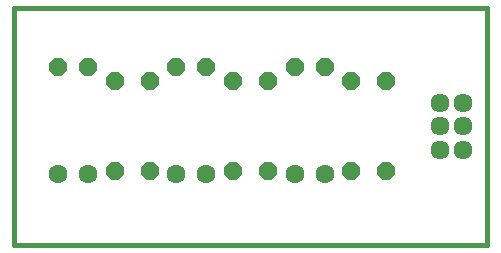
<source format=gbs>
G75*
%MOIN*%
%OFA0B0*%
%FSLAX24Y24*%
%IPPOS*%
%LPD*%
%AMOC8*
5,1,8,0,0,1.08239X$1,22.5*
%
%ADD10C,0.0160*%
%ADD11OC8,0.0600*%
%ADD12C,0.0631*%
%ADD13C,0.0634*%
D10*
X000837Y000694D02*
X016585Y000694D01*
X016585Y008568D01*
X000837Y008568D01*
X000837Y000694D01*
D11*
X004183Y003131D03*
X005364Y003131D03*
X008120Y003131D03*
X009301Y003131D03*
X012057Y003131D03*
X013238Y003131D03*
X013238Y006131D03*
X012057Y006131D03*
X011179Y006599D03*
X010179Y006599D03*
X009301Y006131D03*
X008120Y006131D03*
X007242Y006599D03*
X006242Y006599D03*
X005364Y006131D03*
X004183Y006131D03*
X003305Y006599D03*
X002305Y006599D03*
D12*
X002305Y003056D03*
X003305Y003056D03*
X006242Y003056D03*
X007242Y003056D03*
X010179Y003056D03*
X011179Y003056D03*
D13*
X015010Y003843D03*
X015797Y003843D03*
X015797Y004631D03*
X015010Y004631D03*
X015010Y005418D03*
X015797Y005418D03*
M02*

</source>
